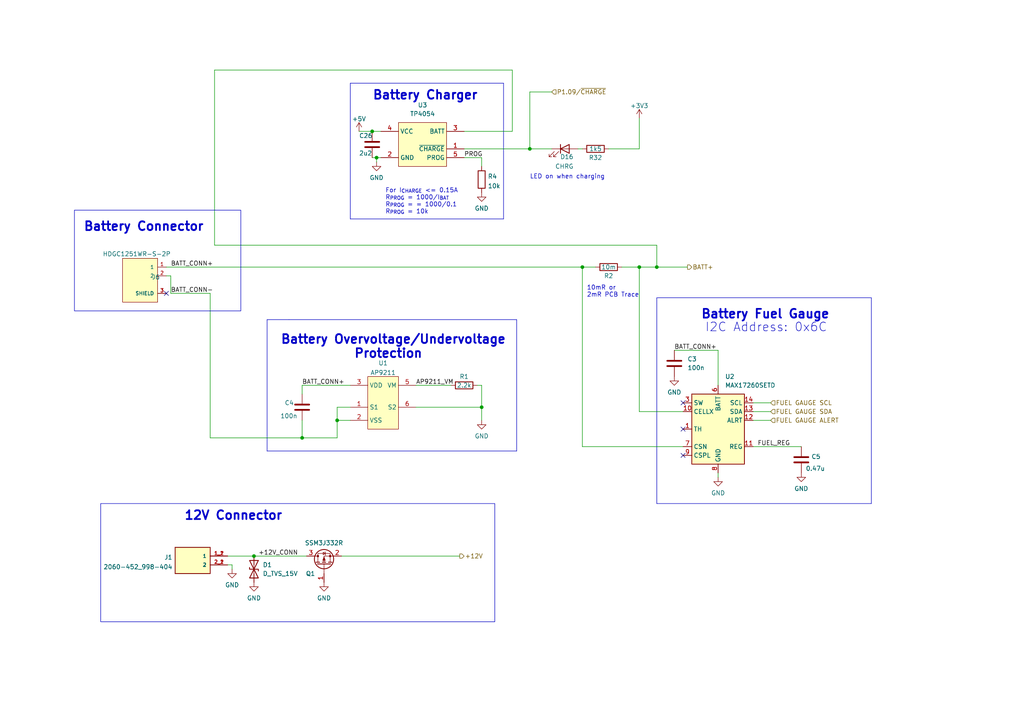
<source format=kicad_sch>
(kicad_sch (version 20230121) (generator eeschema)

  (uuid 7d0f653d-5c8c-4d12-91d0-beaaa9dc22a5)

  (paper "A4")

  (title_block
    (title "Power Input")
    (rev "2")
    (company "Kane Stoboi")
  )

  (lib_symbols
    (symbol "2060-452_998-404:2060-452_998-404" (pin_names (offset 1.016)) (in_bom yes) (on_board yes)
      (property "Reference" "J" (at -5.08 5.842 0)
        (effects (font (size 1.27 1.27)) (justify left bottom))
      )
      (property "Value" "2060-452_998-404" (at -5.08 -5.08 0)
        (effects (font (size 1.27 1.27)) (justify left bottom))
      )
      (property "Footprint" "SnapEDA Library:WAGO_2060-452_998-404" (at 0 0 0)
        (effects (font (size 1.27 1.27)) (justify left bottom) hide)
      )
      (property "Datasheet" "" (at 0 0 0)
        (effects (font (size 1.27 1.27)) (justify left bottom) hide)
      )
      (property "MAXIMUM_PACKAGE_HEIGHT" "4.5 mm" (at 0 0 0)
        (effects (font (size 1.27 1.27)) (justify left bottom) hide)
      )
      (property "MANUFACTURER" "WAGO" (at 0 0 0)
        (effects (font (size 1.27 1.27)) (justify left bottom) hide)
      )
      (property "SNAPEDA_PN" "2060-452/998-404" (at 0 0 0)
        (effects (font (size 1.27 1.27)) (justify left bottom) hide)
      )
      (property "PARTREV" "N/A" (at 0 0 0)
        (effects (font (size 1.27 1.27)) (justify left bottom) hide)
      )
      (property "STANDARD" "Manufacturer Recommendations" (at 0 0 0)
        (effects (font (size 1.27 1.27)) (justify left bottom) hide)
      )
      (property "ki_locked" "" (at 0 0 0)
        (effects (font (size 1.27 1.27)))
      )
      (symbol "2060-452_998-404_0_0"
        (rectangle (start -5.08 -2.54) (end 5.08 5.08)
          (stroke (width 0.254) (type default))
          (fill (type background))
        )
        (pin passive line (at -10.16 2.54 0) (length 5.08)
          (name "1" (effects (font (size 1.016 1.016))))
          (number "1_1" (effects (font (size 1.016 1.016))))
        )
        (pin passive line (at -10.16 2.54 0) (length 5.08)
          (name "1" (effects (font (size 1.016 1.016))))
          (number "1_2" (effects (font (size 1.016 1.016))))
        )
        (pin passive line (at -10.16 0 0) (length 5.08)
          (name "2" (effects (font (size 1.016 1.016))))
          (number "2_1" (effects (font (size 1.016 1.016))))
        )
        (pin passive line (at -10.16 0 0) (length 5.08)
          (name "2" (effects (font (size 1.016 1.016))))
          (number "2_2" (effects (font (size 1.016 1.016))))
        )
      )
    )
    (symbol "Battery_Management:MAX17261xxTD" (in_bom yes) (on_board yes)
      (property "Reference" "U" (at -6.985 11.43 0)
        (effects (font (size 1.27 1.27)))
      )
      (property "Value" "MAX17261xxTD" (at 8.255 11.43 0)
        (effects (font (size 1.27 1.27)))
      )
      (property "Footprint" "Package_DFN_QFN:TDFN-14-1EP_3x3mm_P0.4mm_EP1.78x2.35mm" (at 0 -30.48 0)
        (effects (font (size 1.27 1.27)) hide)
      )
      (property "Datasheet" "https://datasheets.maximintegrated.com/en/ds/MAX17261.pdf" (at 15.24 2.54 0)
        (effects (font (size 1.27 1.27)) hide)
      )
      (property "ki_keywords" "Charge pump battery" (at 0 0 0)
        (effects (font (size 1.27 1.27)) hide)
      )
      (property "ki_description" "5.1μA Multi-Cell Fuel Gauge with ModelGauge m5 EZ, TDFN-14" (at 0 0 0)
        (effects (font (size 1.27 1.27)) hide)
      )
      (property "ki_fp_filters" "TDFN*1EP*3x3mm*P0.4mm*" (at 0 0 0)
        (effects (font (size 1.27 1.27)) hide)
      )
      (symbol "MAX17261xxTD_0_1"
        (rectangle (start -7.62 10.16) (end 7.62 -10.16)
          (stroke (width 0.254) (type default))
          (fill (type background))
        )
      )
      (symbol "MAX17261xxTD_1_1"
        (pin passive line (at -10.16 0 0) (length 2.54)
          (name "TH" (effects (font (size 1.27 1.27))))
          (number "1" (effects (font (size 1.27 1.27))))
        )
        (pin input line (at -10.16 5.08 0) (length 2.54)
          (name "CELLX" (effects (font (size 1.27 1.27))))
          (number "10" (effects (font (size 1.27 1.27))))
        )
        (pin power_out line (at 10.16 -5.08 180) (length 2.54)
          (name "REG" (effects (font (size 1.27 1.27))))
          (number "11" (effects (font (size 1.27 1.27))))
        )
        (pin open_collector line (at 10.16 2.54 180) (length 2.54)
          (name "ALRT" (effects (font (size 1.27 1.27))))
          (number "12" (effects (font (size 1.27 1.27))))
        )
        (pin bidirectional line (at 10.16 5.08 180) (length 2.54)
          (name "SDA" (effects (font (size 1.27 1.27))))
          (number "13" (effects (font (size 1.27 1.27))))
        )
        (pin input line (at 10.16 7.62 180) (length 2.54)
          (name "SCL" (effects (font (size 1.27 1.27))))
          (number "14" (effects (font (size 1.27 1.27))))
        )
        (pin passive line (at 0 -12.7 90) (length 2.54) hide
          (name "GND" (effects (font (size 1.27 1.27))))
          (number "15" (effects (font (size 1.27 1.27))))
        )
        (pin no_connect line (at 2.54 -10.16 90) (length 2.54) hide
          (name "NC" (effects (font (size 1.27 1.27))))
          (number "2" (effects (font (size 1.27 1.27))))
        )
        (pin output line (at -10.16 7.62 0) (length 2.54)
          (name "SW" (effects (font (size 1.27 1.27))))
          (number "3" (effects (font (size 1.27 1.27))))
        )
        (pin no_connect line (at -2.54 -10.16 90) (length 2.54) hide
          (name "NC" (effects (font (size 1.27 1.27))))
          (number "4" (effects (font (size 1.27 1.27))))
        )
        (pin no_connect line (at 5.08 -10.16 90) (length 2.54) hide
          (name "NC" (effects (font (size 1.27 1.27))))
          (number "5" (effects (font (size 1.27 1.27))))
        )
        (pin power_in line (at 0 12.7 270) (length 2.54)
          (name "BATT" (effects (font (size 1.27 1.27))))
          (number "6" (effects (font (size 1.27 1.27))))
        )
        (pin passive line (at -10.16 -5.08 0) (length 2.54)
          (name "CSN" (effects (font (size 1.27 1.27))))
          (number "7" (effects (font (size 1.27 1.27))))
        )
        (pin power_in line (at 0 -12.7 90) (length 2.54)
          (name "GND" (effects (font (size 1.27 1.27))))
          (number "8" (effects (font (size 1.27 1.27))))
        )
        (pin passive line (at -10.16 -7.62 0) (length 2.54)
          (name "CSPL" (effects (font (size 1.27 1.27))))
          (number "9" (effects (font (size 1.27 1.27))))
        )
      )
    )
    (symbol "Device:C" (pin_numbers hide) (pin_names (offset 0.254)) (in_bom yes) (on_board yes)
      (property "Reference" "C" (at 0.635 2.54 0)
        (effects (font (size 1.27 1.27)) (justify left))
      )
      (property "Value" "C" (at 0.635 -2.54 0)
        (effects (font (size 1.27 1.27)) (justify left))
      )
      (property "Footprint" "" (at 0.9652 -3.81 0)
        (effects (font (size 1.27 1.27)) hide)
      )
      (property "Datasheet" "~" (at 0 0 0)
        (effects (font (size 1.27 1.27)) hide)
      )
      (property "ki_keywords" "cap capacitor" (at 0 0 0)
        (effects (font (size 1.27 1.27)) hide)
      )
      (property "ki_description" "Unpolarized capacitor" (at 0 0 0)
        (effects (font (size 1.27 1.27)) hide)
      )
      (property "ki_fp_filters" "C_*" (at 0 0 0)
        (effects (font (size 1.27 1.27)) hide)
      )
      (symbol "C_0_1"
        (polyline
          (pts
            (xy -2.032 -0.762)
            (xy 2.032 -0.762)
          )
          (stroke (width 0.508) (type default))
          (fill (type none))
        )
        (polyline
          (pts
            (xy -2.032 0.762)
            (xy 2.032 0.762)
          )
          (stroke (width 0.508) (type default))
          (fill (type none))
        )
      )
      (symbol "C_1_1"
        (pin passive line (at 0 3.81 270) (length 2.794)
          (name "~" (effects (font (size 1.27 1.27))))
          (number "1" (effects (font (size 1.27 1.27))))
        )
        (pin passive line (at 0 -3.81 90) (length 2.794)
          (name "~" (effects (font (size 1.27 1.27))))
          (number "2" (effects (font (size 1.27 1.27))))
        )
      )
    )
    (symbol "Device:D_TVS" (pin_numbers hide) (pin_names (offset 1.016) hide) (in_bom yes) (on_board yes)
      (property "Reference" "D" (at 0 2.54 0)
        (effects (font (size 1.27 1.27)))
      )
      (property "Value" "D_TVS" (at 0 -2.54 0)
        (effects (font (size 1.27 1.27)))
      )
      (property "Footprint" "" (at 0 0 0)
        (effects (font (size 1.27 1.27)) hide)
      )
      (property "Datasheet" "~" (at 0 0 0)
        (effects (font (size 1.27 1.27)) hide)
      )
      (property "ki_keywords" "diode TVS thyrector" (at 0 0 0)
        (effects (font (size 1.27 1.27)) hide)
      )
      (property "ki_description" "Bidirectional transient-voltage-suppression diode" (at 0 0 0)
        (effects (font (size 1.27 1.27)) hide)
      )
      (property "ki_fp_filters" "TO-???* *_Diode_* *SingleDiode* D_*" (at 0 0 0)
        (effects (font (size 1.27 1.27)) hide)
      )
      (symbol "D_TVS_0_1"
        (polyline
          (pts
            (xy 1.27 0)
            (xy -1.27 0)
          )
          (stroke (width 0) (type default))
          (fill (type none))
        )
        (polyline
          (pts
            (xy 0.508 1.27)
            (xy 0 1.27)
            (xy 0 -1.27)
            (xy -0.508 -1.27)
          )
          (stroke (width 0.254) (type default))
          (fill (type none))
        )
        (polyline
          (pts
            (xy -2.54 1.27)
            (xy -2.54 -1.27)
            (xy 2.54 1.27)
            (xy 2.54 -1.27)
            (xy -2.54 1.27)
          )
          (stroke (width 0.254) (type default))
          (fill (type none))
        )
      )
      (symbol "D_TVS_1_1"
        (pin passive line (at -3.81 0 0) (length 2.54)
          (name "A1" (effects (font (size 1.27 1.27))))
          (number "1" (effects (font (size 1.27 1.27))))
        )
        (pin passive line (at 3.81 0 180) (length 2.54)
          (name "A2" (effects (font (size 1.27 1.27))))
          (number "2" (effects (font (size 1.27 1.27))))
        )
      )
    )
    (symbol "Device:LED" (pin_numbers hide) (pin_names (offset 1.016) hide) (in_bom yes) (on_board yes)
      (property "Reference" "D" (at 0 2.54 0)
        (effects (font (size 1.27 1.27)))
      )
      (property "Value" "LED" (at 0 -2.54 0)
        (effects (font (size 1.27 1.27)))
      )
      (property "Footprint" "" (at 0 0 0)
        (effects (font (size 1.27 1.27)) hide)
      )
      (property "Datasheet" "~" (at 0 0 0)
        (effects (font (size 1.27 1.27)) hide)
      )
      (property "ki_keywords" "LED diode" (at 0 0 0)
        (effects (font (size 1.27 1.27)) hide)
      )
      (property "ki_description" "Light emitting diode" (at 0 0 0)
        (effects (font (size 1.27 1.27)) hide)
      )
      (property "ki_fp_filters" "LED* LED_SMD:* LED_THT:*" (at 0 0 0)
        (effects (font (size 1.27 1.27)) hide)
      )
      (symbol "LED_0_1"
        (polyline
          (pts
            (xy -1.27 -1.27)
            (xy -1.27 1.27)
          )
          (stroke (width 0.254) (type default))
          (fill (type none))
        )
        (polyline
          (pts
            (xy -1.27 0)
            (xy 1.27 0)
          )
          (stroke (width 0) (type default))
          (fill (type none))
        )
        (polyline
          (pts
            (xy 1.27 -1.27)
            (xy 1.27 1.27)
            (xy -1.27 0)
            (xy 1.27 -1.27)
          )
          (stroke (width 0.254) (type default))
          (fill (type none))
        )
        (polyline
          (pts
            (xy -3.048 -0.762)
            (xy -4.572 -2.286)
            (xy -3.81 -2.286)
            (xy -4.572 -2.286)
            (xy -4.572 -1.524)
          )
          (stroke (width 0) (type default))
          (fill (type none))
        )
        (polyline
          (pts
            (xy -1.778 -0.762)
            (xy -3.302 -2.286)
            (xy -2.54 -2.286)
            (xy -3.302 -2.286)
            (xy -3.302 -1.524)
          )
          (stroke (width 0) (type default))
          (fill (type none))
        )
      )
      (symbol "LED_1_1"
        (pin passive line (at -3.81 0 0) (length 2.54)
          (name "K" (effects (font (size 1.27 1.27))))
          (number "1" (effects (font (size 1.27 1.27))))
        )
        (pin passive line (at 3.81 0 180) (length 2.54)
          (name "A" (effects (font (size 1.27 1.27))))
          (number "2" (effects (font (size 1.27 1.27))))
        )
      )
    )
    (symbol "Device:Q_PMOS_GSD" (pin_names (offset 0) hide) (in_bom yes) (on_board yes)
      (property "Reference" "Q" (at 5.08 1.27 0)
        (effects (font (size 1.27 1.27)) (justify left))
      )
      (property "Value" "Q_PMOS_GSD" (at 5.08 -1.27 0)
        (effects (font (size 1.27 1.27)) (justify left))
      )
      (property "Footprint" "" (at 5.08 2.54 0)
        (effects (font (size 1.27 1.27)) hide)
      )
      (property "Datasheet" "~" (at 0 0 0)
        (effects (font (size 1.27 1.27)) hide)
      )
      (property "ki_keywords" "transistor PMOS P-MOS P-MOSFET" (at 0 0 0)
        (effects (font (size 1.27 1.27)) hide)
      )
      (property "ki_description" "P-MOSFET transistor, gate/source/drain" (at 0 0 0)
        (effects (font (size 1.27 1.27)) hide)
      )
      (symbol "Q_PMOS_GSD_0_1"
        (polyline
          (pts
            (xy 0.254 0)
            (xy -2.54 0)
          )
          (stroke (width 0) (type default))
          (fill (type none))
        )
        (polyline
          (pts
            (xy 0.254 1.905)
            (xy 0.254 -1.905)
          )
          (stroke (width 0.254) (type default))
          (fill (type none))
        )
        (polyline
          (pts
            (xy 0.762 -1.27)
            (xy 0.762 -2.286)
          )
          (stroke (width 0.254) (type default))
          (fill (type none))
        )
        (polyline
          (pts
            (xy 0.762 0.508)
            (xy 0.762 -0.508)
          )
          (stroke (width 0.254) (type default))
          (fill (type none))
        )
        (polyline
          (pts
            (xy 0.762 2.286)
            (xy 0.762 1.27)
          )
          (stroke (width 0.254) (type default))
          (fill (type none))
        )
        (polyline
          (pts
            (xy 2.54 2.54)
            (xy 2.54 1.778)
          )
          (stroke (width 0) (type default))
          (fill (type none))
        )
        (polyline
          (pts
            (xy 2.54 -2.54)
            (xy 2.54 0)
            (xy 0.762 0)
          )
          (stroke (width 0) (type default))
          (fill (type none))
        )
        (polyline
          (pts
            (xy 0.762 1.778)
            (xy 3.302 1.778)
            (xy 3.302 -1.778)
            (xy 0.762 -1.778)
          )
          (stroke (width 0) (type default))
          (fill (type none))
        )
        (polyline
          (pts
            (xy 2.286 0)
            (xy 1.27 0.381)
            (xy 1.27 -0.381)
            (xy 2.286 0)
          )
          (stroke (width 0) (type default))
          (fill (type outline))
        )
        (polyline
          (pts
            (xy 2.794 -0.508)
            (xy 2.921 -0.381)
            (xy 3.683 -0.381)
            (xy 3.81 -0.254)
          )
          (stroke (width 0) (type default))
          (fill (type none))
        )
        (polyline
          (pts
            (xy 3.302 -0.381)
            (xy 2.921 0.254)
            (xy 3.683 0.254)
            (xy 3.302 -0.381)
          )
          (stroke (width 0) (type default))
          (fill (type none))
        )
        (circle (center 1.651 0) (radius 2.794)
          (stroke (width 0.254) (type default))
          (fill (type none))
        )
        (circle (center 2.54 -1.778) (radius 0.254)
          (stroke (width 0) (type default))
          (fill (type outline))
        )
        (circle (center 2.54 1.778) (radius 0.254)
          (stroke (width 0) (type default))
          (fill (type outline))
        )
      )
      (symbol "Q_PMOS_GSD_1_1"
        (pin input line (at -5.08 0 0) (length 2.54)
          (name "G" (effects (font (size 1.27 1.27))))
          (number "1" (effects (font (size 1.27 1.27))))
        )
        (pin passive line (at 2.54 -5.08 90) (length 2.54)
          (name "S" (effects (font (size 1.27 1.27))))
          (number "2" (effects (font (size 1.27 1.27))))
        )
        (pin passive line (at 2.54 5.08 270) (length 2.54)
          (name "D" (effects (font (size 1.27 1.27))))
          (number "3" (effects (font (size 1.27 1.27))))
        )
      )
    )
    (symbol "Device:R" (pin_numbers hide) (pin_names (offset 0)) (in_bom yes) (on_board yes)
      (property "Reference" "R" (at 2.032 0 90)
        (effects (font (size 1.27 1.27)))
      )
      (property "Value" "R" (at 0 0 90)
        (effects (font (size 1.27 1.27)))
      )
      (property "Footprint" "" (at -1.778 0 90)
        (effects (font (size 1.27 1.27)) hide)
      )
      (property "Datasheet" "~" (at 0 0 0)
        (effects (font (size 1.27 1.27)) hide)
      )
      (property "ki_keywords" "R res resistor" (at 0 0 0)
        (effects (font (size 1.27 1.27)) hide)
      )
      (property "ki_description" "Resistor" (at 0 0 0)
        (effects (font (size 1.27 1.27)) hide)
      )
      (property "ki_fp_filters" "R_*" (at 0 0 0)
        (effects (font (size 1.27 1.27)) hide)
      )
      (symbol "R_0_1"
        (rectangle (start -1.016 -2.54) (end 1.016 2.54)
          (stroke (width 0.254) (type default))
          (fill (type none))
        )
      )
      (symbol "R_1_1"
        (pin passive line (at 0 3.81 270) (length 1.27)
          (name "~" (effects (font (size 1.27 1.27))))
          (number "1" (effects (font (size 1.27 1.27))))
        )
        (pin passive line (at 0 -3.81 90) (length 1.27)
          (name "~" (effects (font (size 1.27 1.27))))
          (number "2" (effects (font (size 1.27 1.27))))
        )
      )
    )
    (symbol "MyKiCADLibrary:AP9211" (in_bom yes) (on_board yes)
      (property "Reference" "U1" (at 1.905 10.2657 0)
        (effects (font (size 1.27 1.27)))
      )
      (property "Value" "AP9211" (at 1.905 7.4906 0)
        (effects (font (size 1.27 1.27)))
      )
      (property "Footprint" "AP9211SA-AK-HAC-7:DFN200X300X60-7N" (at 0 0 0)
        (effects (font (size 1.27 1.27)) hide)
      )
      (property "Datasheet" "" (at 0 0 0)
        (effects (font (size 1.27 1.27)) hide)
      )
      (property "Manufacturer Part Number" "AP9211" (at 0 0 0)
        (effects (font (size 1.27 1.27)) hide)
      )
      (symbol "AP9211_0_1"
        (rectangle (start -2.54 6.35) (end 6.35 -8.89)
          (stroke (width 0.1524) (type default))
          (fill (type background))
        )
      )
      (symbol "AP9211_1_1"
        (pin output line (at -7.62 -2.54 0) (length 5.08)
          (name "S1" (effects (font (size 1.27 1.27))))
          (number "1" (effects (font (size 1.27 1.27))))
        )
        (pin output line (at -7.62 -6.35 0) (length 5.08)
          (name "VSS" (effects (font (size 1.27 1.27))))
          (number "2" (effects (font (size 1.27 1.27))))
        )
        (pin output line (at -7.62 3.81 0) (length 5.08)
          (name "VDD" (effects (font (size 1.27 1.27))))
          (number "3" (effects (font (size 1.27 1.27))))
        )
        (pin no_connect line (at 11.43 -5.08 180) (length 5.08) hide
          (name "NC" (effects (font (size 1.27 1.27))))
          (number "4" (effects (font (size 1.27 1.27))))
        )
        (pin output line (at 11.43 3.81 180) (length 5.08)
          (name "VM" (effects (font (size 1.27 1.27))))
          (number "5" (effects (font (size 1.27 1.27))))
        )
        (pin output line (at 11.43 -2.54 180) (length 5.08)
          (name "S2" (effects (font (size 1.27 1.27))))
          (number "6" (effects (font (size 1.27 1.27))))
        )
        (pin no_connect line (at 11.43 -7.62 180) (length 5.08) hide
          (name "NC" (effects (font (size 1.27 1.27))))
          (number "7" (effects (font (size 1.27 1.27))))
        )
      )
    )
    (symbol "MyKiCADLibrary:TP4054" (in_bom yes) (on_board yes)
      (property "Reference" "U" (at -5.08 7.62 0)
        (effects (font (size 1.27 1.27)))
      )
      (property "Value" "TP4054" (at 2.54 7.62 0)
        (effects (font (size 1.27 1.27)))
      )
      (property "Footprint" "" (at 0 0 0)
        (effects (font (size 1.27 1.27)) hide)
      )
      (property "Datasheet" "" (at 0 0 0)
        (effects (font (size 1.27 1.27)) hide)
      )
      (symbol "TP4054_0_1"
        (rectangle (start -6.35 6.35) (end 7.62 -6.35)
          (stroke (width 0.1524) (type default))
          (fill (type background))
        )
      )
      (symbol "TP4054_1_1"
        (pin output line (at 12.7 -1.27 180) (length 5.08)
          (name "~{CHARGE}" (effects (font (size 1.27 1.27))))
          (number "1" (effects (font (size 1.27 1.27))))
        )
        (pin power_out line (at -11.43 -3.81 0) (length 5.08)
          (name "GND" (effects (font (size 1.27 1.27))))
          (number "2" (effects (font (size 1.27 1.27))))
        )
        (pin power_in line (at 12.7 3.81 180) (length 5.08)
          (name "BATT" (effects (font (size 1.27 1.27))))
          (number "3" (effects (font (size 1.27 1.27))))
        )
        (pin output line (at -11.43 3.81 0) (length 5.08)
          (name "VCC" (effects (font (size 1.27 1.27))))
          (number "4" (effects (font (size 1.27 1.27))))
        )
        (pin output line (at 12.7 -3.81 180) (length 5.08)
          (name "PROG" (effects (font (size 1.27 1.27))))
          (number "5" (effects (font (size 1.27 1.27))))
        )
      )
    )
    (symbol "S2B-PH-SM4-TB(LF)(SN):S2B-PH-SM4-TB(LF)(SN)" (pin_names (offset 1.016)) (in_bom yes) (on_board yes)
      (property "Reference" "J6" (at -5.7912 -0.3615 0)
        (effects (font (size 1.27 1.27)) (justify left))
      )
      (property "Value" "HDGC1251WR-S-2P" (at 12.7 6.35 0)
        (effects (font (size 1.27 1.27)) (justify left))
      )
      (property "Footprint" "Footprints:HDGC1251WR-S-2P" (at 0 0 0)
        (effects (font (size 1.27 1.27)) (justify left bottom) hide)
      )
      (property "Datasheet" "" (at 0 0 0)
        (effects (font (size 1.27 1.27)) (justify left bottom) hide)
      )
      (property "MANUFACTURER" "HDGC" (at 0 0 0)
        (effects (font (size 1.27 1.27)) (justify left bottom) hide)
      )
      (property "STANDARD" "Manufacturer Recommendation" (at 0 0 0)
        (effects (font (size 1.27 1.27)) (justify left bottom) hide)
      )
      (property "Manufacturer Part Number" "HDGC1251WR-S-2P" (at 0 0 0)
        (effects (font (size 1.27 1.27)) hide)
      )
      (property "ki_locked" "" (at 0 0 0)
        (effects (font (size 1.27 1.27)))
      )
      (symbol "S2B-PH-SM4-TB(LF)(SN)_0_0"
        (rectangle (start -5.08 -7.62) (end 5.08 5.08)
          (stroke (width 0.1524) (type default))
          (fill (type background))
        )
        (pin passive line (at -7.62 2.54 0) (length 2.54)
          (name "1" (effects (font (size 1.016 1.016))))
          (number "1" (effects (font (size 1.016 1.016))))
        )
        (pin passive line (at -7.62 0 0) (length 2.54)
          (name "2" (effects (font (size 1.016 1.016))))
          (number "2" (effects (font (size 1.016 1.016))))
        )
      )
      (symbol "S2B-PH-SM4-TB(LF)(SN)_1_0"
        (pin passive line (at -7.62 -5.08 0) (length 2.54)
          (name "SHIELD" (effects (font (size 1.016 1.016))))
          (number "3" (effects (font (size 1.016 1.016))))
        )
        (pin passive line (at -7.62 -5.08 0) (length 2.54)
          (name "SHIELD" (effects (font (size 1.016 1.016))))
          (number "3" (effects (font (size 1.016 1.016))))
        )
      )
    )
    (symbol "power:+3V3" (power) (pin_names (offset 0)) (in_bom yes) (on_board yes)
      (property "Reference" "#PWR" (at 0 -3.81 0)
        (effects (font (size 1.27 1.27)) hide)
      )
      (property "Value" "+3V3" (at 0 3.556 0)
        (effects (font (size 1.27 1.27)))
      )
      (property "Footprint" "" (at 0 0 0)
        (effects (font (size 1.27 1.27)) hide)
      )
      (property "Datasheet" "" (at 0 0 0)
        (effects (font (size 1.27 1.27)) hide)
      )
      (property "ki_keywords" "global power" (at 0 0 0)
        (effects (font (size 1.27 1.27)) hide)
      )
      (property "ki_description" "Power symbol creates a global label with name \"+3V3\"" (at 0 0 0)
        (effects (font (size 1.27 1.27)) hide)
      )
      (symbol "+3V3_0_1"
        (polyline
          (pts
            (xy -0.762 1.27)
            (xy 0 2.54)
          )
          (stroke (width 0) (type default))
          (fill (type none))
        )
        (polyline
          (pts
            (xy 0 0)
            (xy 0 2.54)
          )
          (stroke (width 0) (type default))
          (fill (type none))
        )
        (polyline
          (pts
            (xy 0 2.54)
            (xy 0.762 1.27)
          )
          (stroke (width 0) (type default))
          (fill (type none))
        )
      )
      (symbol "+3V3_1_1"
        (pin power_in line (at 0 0 90) (length 0) hide
          (name "+3V3" (effects (font (size 1.27 1.27))))
          (number "1" (effects (font (size 1.27 1.27))))
        )
      )
    )
    (symbol "power:+5V" (power) (pin_names (offset 0)) (in_bom yes) (on_board yes)
      (property "Reference" "#PWR" (at 0 -3.81 0)
        (effects (font (size 1.27 1.27)) hide)
      )
      (property "Value" "+5V" (at 0 3.556 0)
        (effects (font (size 1.27 1.27)))
      )
      (property "Footprint" "" (at 0 0 0)
        (effects (font (size 1.27 1.27)) hide)
      )
      (property "Datasheet" "" (at 0 0 0)
        (effects (font (size 1.27 1.27)) hide)
      )
      (property "ki_keywords" "global power" (at 0 0 0)
        (effects (font (size 1.27 1.27)) hide)
      )
      (property "ki_description" "Power symbol creates a global label with name \"+5V\"" (at 0 0 0)
        (effects (font (size 1.27 1.27)) hide)
      )
      (symbol "+5V_0_1"
        (polyline
          (pts
            (xy -0.762 1.27)
            (xy 0 2.54)
          )
          (stroke (width 0) (type default))
          (fill (type none))
        )
        (polyline
          (pts
            (xy 0 0)
            (xy 0 2.54)
          )
          (stroke (width 0) (type default))
          (fill (type none))
        )
        (polyline
          (pts
            (xy 0 2.54)
            (xy 0.762 1.27)
          )
          (stroke (width 0) (type default))
          (fill (type none))
        )
      )
      (symbol "+5V_1_1"
        (pin power_in line (at 0 0 90) (length 0) hide
          (name "+5V" (effects (font (size 1.27 1.27))))
          (number "1" (effects (font (size 1.27 1.27))))
        )
      )
    )
    (symbol "power:GND" (power) (pin_names (offset 0)) (in_bom yes) (on_board yes)
      (property "Reference" "#PWR" (at 0 -6.35 0)
        (effects (font (size 1.27 1.27)) hide)
      )
      (property "Value" "GND" (at 0 -3.81 0)
        (effects (font (size 1.27 1.27)))
      )
      (property "Footprint" "" (at 0 0 0)
        (effects (font (size 1.27 1.27)) hide)
      )
      (property "Datasheet" "" (at 0 0 0)
        (effects (font (size 1.27 1.27)) hide)
      )
      (property "ki_keywords" "global power" (at 0 0 0)
        (effects (font (size 1.27 1.27)) hide)
      )
      (property "ki_description" "Power symbol creates a global label with name \"GND\" , ground" (at 0 0 0)
        (effects (font (size 1.27 1.27)) hide)
      )
      (symbol "GND_0_1"
        (polyline
          (pts
            (xy 0 0)
            (xy 0 -1.27)
            (xy 1.27 -1.27)
            (xy 0 -2.54)
            (xy -1.27 -1.27)
            (xy 0 -1.27)
          )
          (stroke (width 0) (type default))
          (fill (type none))
        )
      )
      (symbol "GND_1_1"
        (pin power_in line (at 0 0 270) (length 0) hide
          (name "GND" (effects (font (size 1.27 1.27))))
          (number "1" (effects (font (size 1.27 1.27))))
        )
      )
    )
  )

  (junction (at 190.5 77.47) (diameter 0) (color 0 0 0 0)
    (uuid 02ed75c8-1904-407a-b63b-cd0733c024c4)
  )
  (junction (at 139.7 118.11) (diameter 0) (color 0 0 0 0)
    (uuid 2dd8d3d6-8130-49b0-99e2-0126e43b80bc)
  )
  (junction (at 109.22 45.72) (diameter 0) (color 0 0 0 0)
    (uuid 49787617-cc48-42f8-a329-33c7dc3bd5cf)
  )
  (junction (at 73.66 161.29) (diameter 0) (color 0 0 0 0)
    (uuid 933ba110-7670-4433-ba0c-a1d11861038b)
  )
  (junction (at 168.91 77.47) (diameter 0) (color 0 0 0 0)
    (uuid cf6c9438-c35e-45bd-965e-124a9ec85665)
  )
  (junction (at 153.67 43.18) (diameter 0) (color 0 0 0 0)
    (uuid d38c0aa5-7657-421e-a5d7-fbea8342526a)
  )
  (junction (at 107.95 38.1) (diameter 0) (color 0 0 0 0)
    (uuid df032fad-09bc-4bb3-a75a-2e7e399af27d)
  )
  (junction (at 87.63 127) (diameter 0) (color 0 0 0 0)
    (uuid eaba33ea-e766-42cc-ae10-d377d7ae4cc5)
  )
  (junction (at 185.42 77.47) (diameter 0) (color 0 0 0 0)
    (uuid f5b9587e-5a71-490b-b452-bae5d795d34e)
  )
  (junction (at 97.79 121.92) (diameter 0) (color 0 0 0 0)
    (uuid f6a393fa-693f-46c7-9eab-8e6367a06465)
  )

  (no_connect (at 198.12 132.08) (uuid 562b38ca-22d9-4954-9449-4c1b4f843c54))
  (no_connect (at 198.12 116.84) (uuid 72451a61-e86c-40b4-892f-9d0303331873))
  (no_connect (at 48.26 85.09) (uuid 870242f9-f376-4fde-a9a2-3ccab5661444))
  (no_connect (at 198.12 124.46) (uuid f52e2ed2-cd84-41a1-b1cd-30e796b879ef))

  (polyline (pts (xy 83.82 92.71) (xy 149.86 92.71))
    (stroke (width 0) (type default))
    (uuid 050af4c8-dd3b-4341-a6b7-488d36feaf20)
  )

  (wire (pts (xy 198.12 119.38) (xy 185.42 119.38))
    (stroke (width 0) (type default))
    (uuid 069f41f9-0e4c-440c-857a-4aca7de7b5af)
  )
  (polyline (pts (xy 149.86 130.81) (xy 77.47 130.81))
    (stroke (width 0) (type default))
    (uuid 0d4e7aff-917c-425a-81af-b77d1e4f133a)
  )

  (wire (pts (xy 120.65 111.76) (xy 130.81 111.76))
    (stroke (width 0) (type default))
    (uuid 0f4d78b4-f49c-4cb9-844d-873ad04bef71)
  )
  (wire (pts (xy 190.5 71.12) (xy 190.5 77.47))
    (stroke (width 0) (type default))
    (uuid 181e2220-b585-4d6c-b0ce-1dee529d9d5e)
  )
  (wire (pts (xy 66.04 161.29) (xy 73.66 161.29))
    (stroke (width 0) (type default))
    (uuid 194ba32d-29e6-4cd2-812d-98ee3c2698c6)
  )
  (wire (pts (xy 87.63 127) (xy 97.79 127))
    (stroke (width 0) (type default))
    (uuid 1cea3187-9779-4216-8b78-9698e5ca5cf8)
  )
  (wire (pts (xy 180.34 77.47) (xy 185.42 77.47))
    (stroke (width 0) (type default))
    (uuid 1e3ffd8f-b491-47d5-967d-55178d27f42f)
  )
  (wire (pts (xy 134.62 38.1) (xy 148.59 38.1))
    (stroke (width 0) (type default))
    (uuid 1ecee288-c4bd-48e2-914c-1c4aaa1920fe)
  )
  (wire (pts (xy 101.6 118.11) (xy 97.79 118.11))
    (stroke (width 0) (type default))
    (uuid 1ee6dd19-7f8e-4da1-b5f9-aca3cd38f88b)
  )
  (wire (pts (xy 190.5 77.47) (xy 199.39 77.47))
    (stroke (width 0) (type default))
    (uuid 21144809-d75a-4608-a3ab-7c8f0d596f68)
  )
  (wire (pts (xy 153.67 43.18) (xy 160.02 43.18))
    (stroke (width 0) (type default))
    (uuid 27e306b1-74ab-4fa5-8ff6-90fc97cf1c5e)
  )
  (wire (pts (xy 195.58 101.6) (xy 208.28 101.6))
    (stroke (width 0) (type default))
    (uuid 3b2c347d-6d30-4ce7-bb52-c93133507cd0)
  )
  (wire (pts (xy 185.42 119.38) (xy 185.42 77.47))
    (stroke (width 0) (type default))
    (uuid 3ba4d323-eb7c-438d-bde4-c37a173d8c5c)
  )
  (wire (pts (xy 62.23 20.32) (xy 62.23 71.12))
    (stroke (width 0) (type default))
    (uuid 3ef81af9-1632-4c8c-8029-00927bfe9ff5)
  )
  (wire (pts (xy 185.42 34.29) (xy 185.42 43.18))
    (stroke (width 0) (type default))
    (uuid 42aa74b6-fed3-46a0-825c-63b8065a3279)
  )
  (wire (pts (xy 99.06 161.29) (xy 133.35 161.29))
    (stroke (width 0) (type default))
    (uuid 43175c81-2d99-460c-8fcb-2aad726fbda5)
  )
  (wire (pts (xy 67.31 163.83) (xy 67.31 165.1))
    (stroke (width 0) (type default))
    (uuid 43cdcb7f-ce7a-4219-bbcd-197167e2c9a8)
  )
  (wire (pts (xy 87.63 114.3) (xy 87.63 111.76))
    (stroke (width 0) (type default))
    (uuid 4aca4df5-235d-4a02-868c-1a43e02f1806)
  )
  (polyline (pts (xy 77.47 92.71) (xy 83.82 92.71))
    (stroke (width 0) (type default))
    (uuid 4af6aa49-1f99-4bcf-9b02-42c591ef66c6)
  )
  (polyline (pts (xy 252.73 86.36) (xy 252.73 146.05))
    (stroke (width 0) (type default))
    (uuid 4d213f6c-6365-4afe-bb23-c014ccc578db)
  )
  (polyline (pts (xy 77.47 130.81) (xy 77.47 92.71))
    (stroke (width 0) (type default))
    (uuid 564034e1-d39b-4714-ba7a-9bbc2413df40)
  )
  (polyline (pts (xy 146.05 24.13) (xy 146.05 63.5))
    (stroke (width 0) (type default))
    (uuid 578bfbc5-b367-4a2f-94c9-6dec1586d539)
  )

  (wire (pts (xy 223.52 121.92) (xy 218.44 121.92))
    (stroke (width 0) (type default))
    (uuid 587d55c4-2191-423f-8c1c-39c0a8455ddc)
  )
  (wire (pts (xy 107.95 38.1) (xy 110.49 38.1))
    (stroke (width 0) (type default))
    (uuid 58918915-04d2-4ebe-97c0-02b6f8a3f161)
  )
  (wire (pts (xy 153.67 26.67) (xy 153.67 43.18))
    (stroke (width 0) (type default))
    (uuid 60d67d26-0bd6-4ece-8477-da39098879c3)
  )
  (wire (pts (xy 208.28 101.6) (xy 208.28 111.76))
    (stroke (width 0) (type default))
    (uuid 6521ac5a-a70b-49d4-88ce-c2f48f597133)
  )
  (polyline (pts (xy 190.5 86.36) (xy 190.5 146.05))
    (stroke (width 0) (type default))
    (uuid 67fe7a06-5386-462b-9b9c-9981c6753579)
  )

  (wire (pts (xy 134.62 43.18) (xy 153.67 43.18))
    (stroke (width 0) (type default))
    (uuid 716f0942-e96f-4d80-a9de-5a40461d1722)
  )
  (wire (pts (xy 97.79 121.92) (xy 101.6 121.92))
    (stroke (width 0) (type default))
    (uuid 7225ecdd-d693-45cd-8afa-402a150ffd69)
  )
  (wire (pts (xy 49.53 85.09) (xy 60.96 85.09))
    (stroke (width 0) (type default))
    (uuid 755d043e-b5a9-42d2-b956-03f0b6a16a3e)
  )
  (wire (pts (xy 139.7 121.92) (xy 139.7 118.11))
    (stroke (width 0) (type default))
    (uuid 7630e223-1790-49e8-9741-4a9821999f9f)
  )
  (wire (pts (xy 148.59 38.1) (xy 148.59 20.32))
    (stroke (width 0) (type default))
    (uuid 767847f7-a106-4fe5-ae2c-57c3af00071b)
  )
  (wire (pts (xy 176.53 43.18) (xy 185.42 43.18))
    (stroke (width 0) (type default))
    (uuid 76ef180f-2652-4df6-a38c-b286b703552f)
  )
  (polyline (pts (xy 190.5 86.36) (xy 252.73 86.36))
    (stroke (width 0) (type default))
    (uuid 78d882aa-d170-40ef-b8ea-05669848ac80)
  )

  (wire (pts (xy 134.62 45.72) (xy 139.7 45.72))
    (stroke (width 0) (type default))
    (uuid 8894c1a8-5ac1-4be8-9102-0fdf2d756985)
  )
  (wire (pts (xy 109.22 46.99) (xy 109.22 45.72))
    (stroke (width 0) (type default))
    (uuid 8d4b6c22-892d-4efb-be27-8101f5ad2f8b)
  )
  (wire (pts (xy 139.7 45.72) (xy 139.7 48.26))
    (stroke (width 0) (type default))
    (uuid 94d706f9-ebe1-40e7-b7ad-6c4e1e8bca9f)
  )
  (wire (pts (xy 198.12 129.54) (xy 168.91 129.54))
    (stroke (width 0) (type default))
    (uuid 9599e47a-4a50-4a3f-a65f-d0d118060575)
  )
  (wire (pts (xy 208.28 137.16) (xy 208.28 138.43))
    (stroke (width 0) (type default))
    (uuid 96236938-a59e-4cd2-ae0d-be9c2c3748f7)
  )
  (wire (pts (xy 60.96 127) (xy 60.96 85.09))
    (stroke (width 0) (type default))
    (uuid 98f68650-a173-466d-8660-74b0fbd84cd1)
  )
  (wire (pts (xy 109.22 45.72) (xy 110.49 45.72))
    (stroke (width 0) (type default))
    (uuid 9ad25323-b4c7-43fa-bfdc-baf00ff3d3a7)
  )
  (wire (pts (xy 104.14 38.1) (xy 107.95 38.1))
    (stroke (width 0) (type default))
    (uuid 9c153735-a365-4216-87fe-ab701cde8d6a)
  )
  (polyline (pts (xy 101.6 24.13) (xy 146.05 24.13))
    (stroke (width 0) (type default))
    (uuid 9eb3a7f5-a3c9-480a-90a7-2afb1d4033f8)
  )

  (wire (pts (xy 73.66 161.29) (xy 88.9 161.29))
    (stroke (width 0) (type default))
    (uuid a03d1fb9-3582-438d-bfe8-9bf71691b9aa)
  )
  (wire (pts (xy 60.96 127) (xy 87.63 127))
    (stroke (width 0) (type default))
    (uuid a354b2d9-0aa8-4760-b7e5-0085c0e0f2d0)
  )
  (polyline (pts (xy 146.05 63.5) (xy 101.6 63.5))
    (stroke (width 0) (type default))
    (uuid a68441dd-0c9e-4095-90f0-0d1cecb63ab1)
  )

  (wire (pts (xy 62.23 20.32) (xy 148.59 20.32))
    (stroke (width 0) (type default))
    (uuid a7aefffc-65f0-4df8-8c81-04179522fb43)
  )
  (wire (pts (xy 168.91 77.47) (xy 172.72 77.47))
    (stroke (width 0) (type default))
    (uuid ac4cd2ff-b6b7-4c3e-add7-abf7d862be34)
  )
  (wire (pts (xy 223.52 116.84) (xy 218.44 116.84))
    (stroke (width 0) (type default))
    (uuid ac4f1446-3125-42c8-af15-e9d28b4269ed)
  )
  (polyline (pts (xy 252.73 146.05) (xy 190.5 146.05))
    (stroke (width 0) (type default))
    (uuid ad7d7867-b784-422f-bfd0-11e84f21aaff)
  )

  (wire (pts (xy 66.04 163.83) (xy 67.31 163.83))
    (stroke (width 0) (type default))
    (uuid b27d850d-4589-4cec-bb18-3813d94deecb)
  )
  (wire (pts (xy 218.44 129.54) (xy 232.41 129.54))
    (stroke (width 0) (type default))
    (uuid b2a2b0a6-f45e-4310-be93-626a7887c868)
  )
  (wire (pts (xy 139.7 111.76) (xy 139.7 118.11))
    (stroke (width 0) (type default))
    (uuid b51a0f17-f810-4746-809d-256ddfe0bdad)
  )
  (wire (pts (xy 48.26 77.47) (xy 168.91 77.47))
    (stroke (width 0) (type default))
    (uuid c0786358-0bd2-47ed-a69e-4bcbd00e14da)
  )
  (wire (pts (xy 87.63 111.76) (xy 101.6 111.76))
    (stroke (width 0) (type default))
    (uuid c24045c2-b9b3-41aa-ba10-4285883e473e)
  )
  (wire (pts (xy 87.63 121.92) (xy 87.63 127))
    (stroke (width 0) (type default))
    (uuid c49b3461-b832-403f-8de4-8c22cbf04d81)
  )
  (wire (pts (xy 168.91 129.54) (xy 168.91 77.47))
    (stroke (width 0) (type default))
    (uuid caaab76a-c34b-4ec4-94b4-e1c33c156d21)
  )
  (wire (pts (xy 120.65 118.11) (xy 139.7 118.11))
    (stroke (width 0) (type default))
    (uuid cce3a9ee-ed4e-42ac-a0d0-5f9517e4687e)
  )
  (wire (pts (xy 48.26 80.01) (xy 49.53 80.01))
    (stroke (width 0) (type default))
    (uuid d168c0c6-596b-4e80-b2da-135c0ab7aca8)
  )
  (wire (pts (xy 138.43 111.76) (xy 139.7 111.76))
    (stroke (width 0) (type default))
    (uuid d3f279ad-1ae4-4af7-b359-9a0181d9bf1e)
  )
  (wire (pts (xy 49.53 80.01) (xy 49.53 85.09))
    (stroke (width 0) (type default))
    (uuid d4309574-43a1-44c1-b946-283cbc88adb7)
  )
  (wire (pts (xy 223.52 119.38) (xy 218.44 119.38))
    (stroke (width 0) (type default))
    (uuid db123b4c-a8fe-4798-9cff-c3051db939a0)
  )
  (wire (pts (xy 62.23 71.12) (xy 190.5 71.12))
    (stroke (width 0) (type default))
    (uuid e155b1b7-23ac-47cf-9376-5b0168c4d2cc)
  )
  (wire (pts (xy 97.79 118.11) (xy 97.79 121.92))
    (stroke (width 0) (type default))
    (uuid e2e5b2dc-9256-462a-85fb-3d88c8c78f7c)
  )
  (wire (pts (xy 107.95 45.72) (xy 109.22 45.72))
    (stroke (width 0) (type default))
    (uuid e5ffd796-a68b-475e-aaf5-b0e88ab3c665)
  )
  (wire (pts (xy 167.64 43.18) (xy 168.91 43.18))
    (stroke (width 0) (type default))
    (uuid ea0f49a4-300a-41e1-b87d-ad05cc1b385e)
  )
  (wire (pts (xy 160.02 26.67) (xy 153.67 26.67))
    (stroke (width 0) (type default))
    (uuid eb1b4482-f4bc-4594-9a5c-317229cbd1c7)
  )
  (wire (pts (xy 97.79 121.92) (xy 97.79 127))
    (stroke (width 0) (type default))
    (uuid ecf612d1-5c13-460e-82a5-e89a58c63df8)
  )
  (wire (pts (xy 185.42 77.47) (xy 190.5 77.47))
    (stroke (width 0) (type default))
    (uuid edd5faf3-6bb5-4824-8f9c-be911faafe40)
  )
  (polyline (pts (xy 149.86 92.71) (xy 149.86 130.81))
    (stroke (width 0) (type default))
    (uuid fe51326f-6077-44c5-a638-96ae65af3b6a)
  )
  (polyline (pts (xy 101.6 24.13) (xy 101.6 63.5))
    (stroke (width 0) (type default))
    (uuid ffece6b1-d0e5-419b-aa3a-b3c50d0f6359)
  )

  (rectangle (start 21.59 60.96) (end 69.85 90.17)
    (stroke (width 0) (type default))
    (fill (type none))
    (uuid 39a95bb1-156d-46ab-a1b4-74d81639b5c3)
  )
  (rectangle (start 29.21 146.05) (end 143.51 180.34)
    (stroke (width 0) (type default))
    (fill (type none))
    (uuid 908aea8d-dfef-4160-8370-629320da89bd)
  )

  (text "I2C Address: 0x6C" (at 204.47 96.52 0)
    (effects (font (size 2.54 2.54)) (justify left bottom))
    (uuid 05caad85-f623-40fa-9eec-8fcdba92092f)
  )
  (text "10mR or \n2mR PCB Trace" (at 170.18 86.36 0)
    (effects (font (size 1.27 1.27)) (justify left bottom))
    (uuid 25f480e4-4665-4555-bf29-b5a766d8a691)
  )
  (text "Battery Connector" (at 24.13 67.31 0)
    (effects (font (size 2.54 2.54) (thickness 0.508) bold) (justify left bottom))
    (uuid 375a8590-c36c-498c-91f1-9df3a59aa3ac)
  )
  (text "For I_{CHARGE} <= 0.15A\nR_{PROG} = 1000/I_{BAT}\nR_{PROG} = = 1000/0.1\nR_{PROG} = 10k"
    (at 111.76 62.23 0)
    (effects (font (size 1.27 1.27)) (justify left bottom))
    (uuid 3c11feea-9f9d-46cd-ad0e-813bb31c5601)
  )
  (text "Battery Charger" (at 107.95 29.21 0)
    (effects (font (size 2.54 2.54) (thickness 0.508) bold) (justify left bottom))
    (uuid 3e0bad9c-6082-436b-932a-fb7d6628222f)
  )
  (text "Battery Fuel Gauge" (at 203.2 92.71 0)
    (effects (font (size 2.54 2.54) (thickness 0.508) bold) (justify left bottom))
    (uuid 4174d46f-b7a7-4f79-85d3-55229c8f946c)
  )
  (text "Battery Overvoltage/Undervoltage \n           Protection"
    (at 81.28 104.14 0)
    (effects (font (size 2.54 2.54) (thickness 0.508) bold) (justify left bottom))
    (uuid 4d611b89-064f-4a7b-9fe0-6ff1979999b7)
  )
  (text "LED on when charging" (at 153.67 52.07 0)
    (effects (font (size 1.27 1.27)) (justify left bottom))
    (uuid af11f211-6f69-4eaa-90f4-845fa932dcf7)
  )
  (text "12V Connector" (at 53.34 151.13 0)
    (effects (font (size 2.54 2.54) (thickness 0.508) bold) (justify left bottom))
    (uuid dc2e8f4d-c804-4fca-aa72-9c145b4ded01)
  )

  (label "AP9211_VM" (at 120.65 111.76 0) (fields_autoplaced)
    (effects (font (size 1.27 1.27)) (justify left bottom))
    (uuid 2896be5c-123c-4abe-b9a3-23e4258bc698)
  )
  (label "BATT_CONN+" (at 87.63 111.76 0) (fields_autoplaced)
    (effects (font (size 1.27 1.27)) (justify left bottom))
    (uuid 3e4bf57b-1bca-4e02-a39b-56269bb4da15)
  )
  (label "BATT_CONN+" (at 195.58 101.6 0) (fields_autoplaced)
    (effects (font (size 1.27 1.27)) (justify left bottom))
    (uuid 51ee30b4-8b73-4b9f-aa3c-360a88493a88)
  )
  (label "BATT_CONN+" (at 49.53 77.47 0) (fields_autoplaced)
    (effects (font (size 1.27 1.27)) (justify left bottom))
    (uuid 658639ea-8271-494f-ba64-b1b1634c82a3)
  )
  (label "FUEL_REG" (at 219.71 129.54 0) (fields_autoplaced)
    (effects (font (size 1.27 1.27)) (justify left bottom))
    (uuid a50c4587-3802-467e-a86a-b5997ff3fdc0)
  )
  (label "+12V_CONN" (at 74.93 161.29 0) (fields_autoplaced)
    (effects (font (size 1.27 1.27)) (justify left bottom))
    (uuid b9f2c6ee-65fa-47da-9b0c-f41d420f528e)
  )
  (label "BATT_CONN-" (at 49.53 85.09 0) (fields_autoplaced)
    (effects (font (size 1.27 1.27)) (justify left bottom))
    (uuid c29212c7-a70f-457d-ac8f-eb87569f6b37)
  )
  (label "PROG" (at 134.62 45.72 0) (fields_autoplaced)
    (effects (font (size 1.27 1.27)) (justify left bottom))
    (uuid c92ba917-f6f2-4d12-ad85-590b8d0b7e84)
  )

  (hierarchical_label "P1.09{slash}~{CHARGE}" (shape input) (at 160.02 26.67 0) (fields_autoplaced)
    (effects (font (size 1.27 1.27)) (justify left))
    (uuid 1bb4645d-7580-4804-8762-637c25fe7e2b)
  )
  (hierarchical_label "FUEL GAUGE ALERT" (shape input) (at 223.52 121.92 0) (fields_autoplaced)
    (effects (font (size 1.27 1.27)) (justify left))
    (uuid 26898d9c-3edc-4f48-ac25-6d8af4a103da)
  )
  (hierarchical_label "FUEL GAUGE SCL" (shape input) (at 223.52 116.84 0) (fields_autoplaced)
    (effects (font (size 1.27 1.27)) (justify left))
    (uuid 574280c5-7777-41a4-8b2a-bed1de387fb9)
  )
  (hierarchical_label "FUEL GAUGE SDA" (shape input) (at 223.52 119.38 0) (fields_autoplaced)
    (effects (font (size 1.27 1.27)) (justify left))
    (uuid 5cee6fec-47d7-4932-b0d1-c3d8f00a1494)
  )
  (hierarchical_label "BATT+" (shape output) (at 199.39 77.47 0) (fields_autoplaced)
    (effects (font (size 1.27 1.27)) (justify left))
    (uuid ed4dc432-2124-4304-a15b-7d165fd69b61)
  )
  (hierarchical_label "+12V" (shape output) (at 133.35 161.29 0) (fields_autoplaced)
    (effects (font (size 1.27 1.27)) (justify left))
    (uuid efed15dd-cab7-47d7-874c-c4ea2667d024)
  )

  (symbol (lib_id "MyKiCADLibrary:AP9211") (at 109.22 115.57 0) (unit 1)
    (in_bom yes) (on_board yes) (dnp no) (fields_autoplaced)
    (uuid 194bbb7d-1af6-4db7-a067-78e276cb56ad)
    (property "Reference" "U1" (at 111.125 105.3043 0)
      (effects (font (size 1.27 1.27)))
    )
    (property "Value" "AP9211" (at 111.125 108.0794 0)
      (effects (font (size 1.27 1.27)))
    )
    (property "Footprint" "AP9211SA-AK-HAC-7:DFN200X300X60-7N" (at 109.22 115.57 0)
      (effects (font (size 1.27 1.27)) hide)
    )
    (property "Datasheet" "https://au.mouser.com/datasheet/2/115/DIOD_S_A0003559384_1-2542245.pdf" (at 109.22 115.57 0)
      (effects (font (size 1.27 1.27)) hide)
    )
    (property "Manufacturer Part Number" "AP9211SA-AK-HAC-7" (at 109.22 115.57 0)
      (effects (font (size 1.27 1.27)) hide)
    )
    (property "Alternate MPN" "" (at 109.22 115.57 0)
      (effects (font (size 1.27 1.27)) hide)
    )
    (property "Alternate Manufacturer" "" (at 109.22 115.57 0)
      (effects (font (size 1.27 1.27)) hide)
    )
    (property "MANUFACTURER" "Diodes Incorporated" (at 109.22 115.57 0)
      (effects (font (size 1.27 1.27)) hide)
    )
    (pin "1" (uuid 692790c3-8160-449d-a681-7d0c195d9458))
    (pin "2" (uuid ec6c35d5-7092-40ee-a230-f7a5d2e164c3))
    (pin "3" (uuid 9ab463f9-ad9c-4ded-90ce-da4774194cda))
    (pin "4" (uuid b5600524-8a71-4858-9a13-69cfb541ccfe))
    (pin "5" (uuid 4697f436-52dd-4d0d-b49b-e6bbaf50bf82))
    (pin "6" (uuid 9819d44a-743f-48a5-b3d5-c1246bb07632))
    (pin "7" (uuid 56a00fd2-4004-41be-a5d9-f87e6b921d58))
    (instances
      (project "nRF52Buddy"
        (path "/f8009b5e-2814-48af-8478-16f2aae29be6/68dd5206-f59c-4f8c-876f-1a7cd0389797"
          (reference "U1") (unit 1)
        )
      )
    )
  )

  (symbol (lib_id "power:GND") (at 109.22 46.99 0) (unit 1)
    (in_bom yes) (on_board yes) (dnp no) (fields_autoplaced)
    (uuid 1d108663-3ce1-4c89-b526-eeb17fb83562)
    (property "Reference" "#PWR0110" (at 109.22 53.34 0)
      (effects (font (size 1.27 1.27)) hide)
    )
    (property "Value" "GND" (at 109.22 51.5525 0)
      (effects (font (size 1.27 1.27)))
    )
    (property "Footprint" "" (at 109.22 46.99 0)
      (effects (font (size 1.27 1.27)) hide)
    )
    (property "Datasheet" "" (at 109.22 46.99 0)
      (effects (font (size 1.27 1.27)) hide)
    )
    (pin "1" (uuid 9e2165ac-3d45-4c71-b546-07308a6ef891))
    (instances
      (project "nRF52Buddy"
        (path "/f8009b5e-2814-48af-8478-16f2aae29be6/68dd5206-f59c-4f8c-876f-1a7cd0389797"
          (reference "#PWR0110") (unit 1)
        )
      )
    )
  )

  (symbol (lib_id "Device:Q_PMOS_GSD") (at 93.98 163.83 90) (unit 1)
    (in_bom yes) (on_board yes) (dnp no)
    (uuid 1e894189-f468-4954-9a97-72f95ef9caa4)
    (property "Reference" "Q1" (at 91.44 166.37 90)
      (effects (font (size 1.27 1.27)) (justify left))
    )
    (property "Value" "SSM3J332R" (at 93.98 157.48 90)
      (effects (font (size 1.27 1.27)))
    )
    (property "Footprint" "Package_TO_SOT_SMD:SOT-23" (at 91.44 158.75 0)
      (effects (font (size 1.27 1.27)) hide)
    )
    (property "Datasheet" "https://au.mouser.com/datasheet/2/408/SSM3J332R_datasheet_en_20181015-1150575.pdf" (at 93.98 163.83 0)
      (effects (font (size 1.27 1.27)) hide)
    )
    (property "MANUFACTURER" "TOSHIBA" (at 93.98 163.83 0)
      (effects (font (size 1.27 1.27)) hide)
    )
    (property "Manufacturer Part Number" "SSM3J332R,LF" (at 93.98 163.83 0)
      (effects (font (size 1.27 1.27)) hide)
    )
    (property "Alternate MPN" "" (at 93.98 163.83 0)
      (effects (font (size 1.27 1.27)) hide)
    )
    (property "Alternate Manufacturer" "" (at 93.98 163.83 0)
      (effects (font (size 1.27 1.27)) hide)
    )
    (pin "1" (uuid 59f320e8-91e2-480f-86b6-91aec5a0cbf7))
    (pin "2" (uuid eb77785d-827d-4972-9b8f-71265262114b))
    (pin "3" (uuid 605291a2-494a-4f2f-a12f-72ed6af70e53))
    (instances
      (project "nRF52Buddy"
        (path "/f8009b5e-2814-48af-8478-16f2aae29be6/68dd5206-f59c-4f8c-876f-1a7cd0389797"
          (reference "Q1") (unit 1)
        )
      )
    )
  )

  (symbol (lib_id "MyKiCADLibrary:TP4054") (at 121.92 41.91 0) (unit 1)
    (in_bom yes) (on_board yes) (dnp no) (fields_autoplaced)
    (uuid 1f833028-c151-46dd-aa6c-3cd3a26c3a32)
    (property "Reference" "U3" (at 122.555 30.48 0)
      (effects (font (size 1.27 1.27)))
    )
    (property "Value" "TP4054" (at 122.555 33.02 0)
      (effects (font (size 1.27 1.27)))
    )
    (property "Footprint" "Package_TO_SOT_SMD:SOT-23-5" (at 121.92 41.91 0)
      (effects (font (size 1.27 1.27)) hide)
    )
    (property "Datasheet" "https://datasheet.lcsc.com/lcsc/2301051530_TECH-PUBLIC-TP4054_C5342385.pdf" (at 121.92 41.91 0)
      (effects (font (size 1.27 1.27)) hide)
    )
    (property "Manufacturer Part Number" "TP4054" (at 121.92 41.91 0)
      (effects (font (size 1.27 1.27)) hide)
    )
    (property "Alternate MPN" "" (at 121.92 41.91 0)
      (effects (font (size 1.27 1.27)) hide)
    )
    (property "Alternate Manufacturer" "" (at 121.92 41.91 0)
      (effects (font (size 1.27 1.27)) hide)
    )
    (property "MANUFACTURER" "TECH PUBLIC" (at 121.92 41.91 0)
      (effects (font (size 1.27 1.27)) hide)
    )
    (pin "1" (uuid a4e483ab-2353-4cd0-901a-acb6cc1db012))
    (pin "2" (uuid 469d9422-cdfc-48ef-acdc-82cd0985c17a))
    (pin "3" (uuid 5e24c691-1794-42ea-89e3-d6d02a0ba7bd))
    (pin "4" (uuid d0692006-1c7a-4429-8ad7-94faee2b9481))
    (pin "5" (uuid 4a8e449d-6a41-4a57-bfb4-42f6d0bba130))
    (instances
      (project "nRF52Buddy"
        (path "/f8009b5e-2814-48af-8478-16f2aae29be6/68dd5206-f59c-4f8c-876f-1a7cd0389797"
          (reference "U3") (unit 1)
        )
      )
    )
  )

  (symbol (lib_id "power:+5V") (at 104.14 38.1 0) (unit 1)
    (in_bom yes) (on_board yes) (dnp no) (fields_autoplaced)
    (uuid 31769ac1-bc76-4b6a-a9e2-2fd89a3531bd)
    (property "Reference" "#PWR0146" (at 104.14 41.91 0)
      (effects (font (size 1.27 1.27)) hide)
    )
    (property "Value" "+5V" (at 104.14 34.4955 0)
      (effects (font (size 1.27 1.27)))
    )
    (property "Footprint" "" (at 104.14 38.1 0)
      (effects (font (size 1.27 1.27)) hide)
    )
    (property "Datasheet" "" (at 104.14 38.1 0)
      (effects (font (size 1.27 1.27)) hide)
    )
    (pin "1" (uuid 7b9c4ed6-0f54-4d41-b677-b4103928bce2))
    (instances
      (project "nRF52Buddy"
        (path "/f8009b5e-2814-48af-8478-16f2aae29be6/68dd5206-f59c-4f8c-876f-1a7cd0389797"
          (reference "#PWR0146") (unit 1)
        )
      )
    )
  )

  (symbol (lib_id "Device:R") (at 134.62 111.76 90) (unit 1)
    (in_bom yes) (on_board yes) (dnp no)
    (uuid 38e0a6da-b69f-4338-8680-8f36fd7b07d6)
    (property "Reference" "R1" (at 134.62 109.22 90)
      (effects (font (size 1.27 1.27)))
    )
    (property "Value" "2.2k" (at 134.62 111.76 90)
      (effects (font (size 1.27 1.27)))
    )
    (property "Footprint" "Resistor_SMD:R_0402_1005Metric" (at 134.62 113.538 90)
      (effects (font (size 1.27 1.27)) hide)
    )
    (property "Datasheet" "https://au.mouser.com/datasheet/2/1365/1-3044649.pdf" (at 134.62 111.76 0)
      (effects (font (size 1.27 1.27)) hide)
    )
    (property "Manufacturer Part Number" "0402WGF2201TCE" (at 134.62 111.76 0)
      (effects (font (size 1.27 1.27)) hide)
    )
    (property "Alternate MPN" "" (at 134.62 111.76 0)
      (effects (font (size 1.27 1.27)) hide)
    )
    (property "Alternate Manufacturer" "" (at 134.62 111.76 0)
      (effects (font (size 1.27 1.27)) hide)
    )
    (property "MANUFACTURER" "Royalohm" (at 134.62 111.76 0)
      (effects (font (size 1.27 1.27)) hide)
    )
    (pin "1" (uuid 12afba2b-a069-4e9e-8a3a-71a9fa9fbc3e))
    (pin "2" (uuid 95cdf1d5-3923-4642-9045-80d87ead1e71))
    (instances
      (project "nRF52Buddy"
        (path "/f8009b5e-2814-48af-8478-16f2aae29be6/68dd5206-f59c-4f8c-876f-1a7cd0389797"
          (reference "R1") (unit 1)
        )
      )
    )
  )

  (symbol (lib_id "Battery_Management:MAX17261xxTD") (at 208.28 124.46 0) (unit 1)
    (in_bom yes) (on_board yes) (dnp no) (fields_autoplaced)
    (uuid 3f1f8212-d2ae-4455-ab1b-025a1b45a71c)
    (property "Reference" "U2" (at 210.2994 109.22 0)
      (effects (font (size 1.27 1.27)) (justify left))
    )
    (property "Value" "MAX17260SETD" (at 210.2994 111.76 0)
      (effects (font (size 1.27 1.27)) (justify left))
    )
    (property "Footprint" "Package_DFN_QFN:TDFN-14-1EP_3x3mm_P0.4mm_EP1.78x2.35mm" (at 208.28 154.94 0)
      (effects (font (size 1.27 1.27)) hide)
    )
    (property "Datasheet" "https://datasheets.maximintegrated.com/en/ds/MAX17261.pdf" (at 223.52 121.92 0)
      (effects (font (size 1.27 1.27)) hide)
    )
    (property "Manufacturer Part Number" "MAX17260SETD+" (at 208.28 124.46 0)
      (effects (font (size 1.27 1.27)) hide)
    )
    (property "Alternate MPN" "" (at 208.28 124.46 0)
      (effects (font (size 1.27 1.27)) hide)
    )
    (property "Alternate Manufacturer" "" (at 208.28 124.46 0)
      (effects (font (size 1.27 1.27)) hide)
    )
    (property "MANUFACTURER" "Maxim Integrated" (at 208.28 124.46 0)
      (effects (font (size 1.27 1.27)) hide)
    )
    (pin "1" (uuid c8a433a2-a72c-4d86-ba19-24eadca9cb94))
    (pin "10" (uuid 8936d28e-eee8-4079-b3c5-16df4d175c5f))
    (pin "11" (uuid 81cebb0d-f3cb-4f13-8ede-a80e96bf4da0))
    (pin "12" (uuid cfc58ce3-2688-4051-bada-c0bed652099b))
    (pin "13" (uuid 9095fdcb-6b78-43ab-8ef3-02633a683118))
    (pin "14" (uuid 930b84c8-bb12-4a9f-ab12-f1785e1d0f62))
    (pin "15" (uuid fa1a3243-4093-47e2-85f1-f604c7292e33))
    (pin "2" (uuid 97cc8659-e041-4c5b-9c60-46324c334acf))
    (pin "3" (uuid a67c4180-b5b8-4dac-b0ed-12d5bcdaddf1))
    (pin "4" (uuid 428df8ed-6107-4eb6-9ab1-12a7d0c07499))
    (pin "5" (uuid 81b17350-0d51-47fd-932c-e8753c5aabc9))
    (pin "6" (uuid 55a9524c-1c4c-49ab-975f-f523d10e72ce))
    (pin "7" (uuid 58cb5a6d-2855-4a71-830a-c410f621f067))
    (pin "8" (uuid 81b282a8-0ff2-4a73-8309-2782c5cc221f))
    (pin "9" (uuid 947f1d42-8660-4e9d-94d0-3090224bdca9))
    (instances
      (project "nRF52Buddy"
        (path "/f8009b5e-2814-48af-8478-16f2aae29be6/68dd5206-f59c-4f8c-876f-1a7cd0389797"
          (reference "U2") (unit 1)
        )
      )
    )
  )

  (symbol (lib_id "power:GND") (at 208.28 138.43 0) (unit 1)
    (in_bom yes) (on_board yes) (dnp no) (fields_autoplaced)
    (uuid 401cc89b-b5b1-4659-8366-93b34348362e)
    (property "Reference" "#PWR0159" (at 208.28 144.78 0)
      (effects (font (size 1.27 1.27)) hide)
    )
    (property "Value" "GND" (at 208.28 142.9925 0)
      (effects (font (size 1.27 1.27)))
    )
    (property "Footprint" "" (at 208.28 138.43 0)
      (effects (font (size 1.27 1.27)) hide)
    )
    (property "Datasheet" "" (at 208.28 138.43 0)
      (effects (font (size 1.27 1.27)) hide)
    )
    (pin "1" (uuid 1f11b6f6-565b-48b6-9023-6d17e6a5f3b6))
    (instances
      (project "nRF52Buddy"
        (path "/f8009b5e-2814-48af-8478-16f2aae29be6/68dd5206-f59c-4f8c-876f-1a7cd0389797"
          (reference "#PWR0159") (unit 1)
        )
      )
    )
  )

  (symbol (lib_id "Device:D_TVS") (at 73.66 165.1 270) (unit 1)
    (in_bom yes) (on_board yes) (dnp no) (fields_autoplaced)
    (uuid 41e6a374-14fd-4996-b28f-921e848abdf5)
    (property "Reference" "D1" (at 76.2 163.8299 90)
      (effects (font (size 1.27 1.27)) (justify left))
    )
    (property "Value" "D_TVS_15V" (at 76.2 166.3699 90)
      (effects (font (size 1.27 1.27)) (justify left))
    )
    (property "Footprint" "Diode_SMD:D_SOD-323" (at 73.66 165.1 0)
      (effects (font (size 1.27 1.27)) hide)
    )
    (property "Datasheet" "https://au.mouser.com/datasheet/2/916/PESDXL1BA_SER-1319581.pdf" (at 73.66 165.1 0)
      (effects (font (size 1.27 1.27)) hide)
    )
    (property "Manufacturer Part Number" "PESD15VL1BA,115" (at 73.66 165.1 0)
      (effects (font (size 1.27 1.27)) hide)
    )
    (property "MANUFACTURER" "Nexperia" (at 73.66 165.1 0)
      (effects (font (size 1.27 1.27)) hide)
    )
    (property "Alternate MPN" "" (at 73.66 165.1 0)
      (effects (font (size 1.27 1.27)) hide)
    )
    (property "Alternate Manufacturer" "" (at 73.66 165.1 0)
      (effects (font (size 1.27 1.27)) hide)
    )
    (pin "1" (uuid 0f962c1a-6a9f-489f-aff7-20e7f66d63f0))
    (pin "2" (uuid a42f4b7d-a5a4-416d-9e43-b67d5c5a8a6c))
    (instances
      (project "nRF52Buddy"
        (path "/f8009b5e-2814-48af-8478-16f2aae29be6/68dd5206-f59c-4f8c-876f-1a7cd0389797"
          (reference "D1") (unit 1)
        )
      )
    )
  )

  (symbol (lib_id "S2B-PH-SM4-TB(LF)(SN):S2B-PH-SM4-TB(LF)(SN)") (at 40.64 80.01 0) (mirror y) (unit 1)
    (in_bom yes) (on_board yes) (dnp no)
    (uuid 4817a05d-eedd-429c-8995-8ea84f52371c)
    (property "Reference" "J6" (at 46.4312 80.3715 0)
      (effects (font (size 1.27 1.27)) (justify left))
    )
    (property "Value" "HDGC1251WR-S-2P" (at 49.53 73.66 0)
      (effects (font (size 1.27 1.27)) (justify left))
    )
    (property "Footprint" "Footprints:HDGC1251WR-S-2P" (at 40.64 80.01 0)
      (effects (font (size 1.27 1.27)) (justify left bottom) hide)
    )
    (property "Datasheet" "https://datasheet.lcsc.com/lcsc/2201121730_HDGC-HDGC1251WR-S-2P_C2936203.pdf" (at 40.64 80.01 0)
      (effects (font (size 1.27 1.27)) (justify left bottom) hide)
    )
    (property "MANUFACTURER" "HDGC" (at 40.64 80.01 0)
      (effects (font (size 1.27 1.27)) (justify left bottom) hide)
    )
    (property "Manufacturer Part Number" "HDGC1251WR-S-2P" (at 40.64 80.01 0)
      (effects (font (size 1.27 1.27)) hide)
    )
    (property "Alternate MPN" "" (at 40.64 80.01 0)
      (effects (font (size 1.27 1.27)) hide)
    )
    (property "Alternate Manufacturer" "" (at 40.64 80.01 0)
      (effects (font (size 1.27 1.27)) hide)
    )
    (pin "1" (uuid 20f501d1-8421-432c-889b-a7c7c8e5bf2e))
    (pin "2" (uuid e98ca3bf-96a6-4700-9266-8ea01f63e2b8))
    (pin "3" (uuid f59acdde-0b56-4ea8-b177-69885bd773f6))
    (pin "3" (uuid 49dd9e67-a82e-4d48-9c74-5f63734d0b12))
    (instances
      (project "nRF52Buddy"
        (path "/f8009b5e-2814-48af-8478-16f2aae29be6/68dd5206-f59c-4f8c-876f-1a7cd0389797"
          (reference "J6") (unit 1)
        )
      )
    )
  )

  (symbol (lib_id "power:GND") (at 195.58 109.22 0) (unit 1)
    (in_bom yes) (on_board yes) (dnp no) (fields_autoplaced)
    (uuid 56690d0b-270d-47e0-98b9-7ef81335077f)
    (property "Reference" "#PWR0171" (at 195.58 115.57 0)
      (effects (font (size 1.27 1.27)) hide)
    )
    (property "Value" "GND" (at 195.58 113.7825 0)
      (effects (font (size 1.27 1.27)))
    )
    (property "Footprint" "" (at 195.58 109.22 0)
      (effects (font (size 1.27 1.27)) hide)
    )
    (property "Datasheet" "" (at 195.58 109.22 0)
      (effects (font (size 1.27 1.27)) hide)
    )
    (pin "1" (uuid 5934e91e-1bf3-400c-a947-2620c28a7294))
    (instances
      (project "nRF52Buddy"
        (path "/f8009b5e-2814-48af-8478-16f2aae29be6/68dd5206-f59c-4f8c-876f-1a7cd0389797"
          (reference "#PWR0171") (unit 1)
        )
      )
    )
  )

  (symbol (lib_id "Device:C") (at 232.41 133.35 0) (unit 1)
    (in_bom yes) (on_board yes) (dnp no)
    (uuid 5967b35e-70a6-4034-8505-3ae20cf54513)
    (property "Reference" "C5" (at 235.331 132.4415 0)
      (effects (font (size 1.27 1.27)) (justify left))
    )
    (property "Value" "0.47u" (at 233.68 135.89 0)
      (effects (font (size 1.27 1.27)) (justify left))
    )
    (property "Footprint" "Capacitor_SMD:C_0402_1005Metric" (at 233.3752 137.16 0)
      (effects (font (size 1.27 1.27)) hide)
    )
    (property "Datasheet" "https://au.mouser.com/datasheet/2/585/MLCC-1837944.pdf" (at 232.41 133.35 0)
      (effects (font (size 1.27 1.27)) hide)
    )
    (property "Manufacturer Part Number" "CL05A474KP5NNNC" (at 232.41 133.35 0)
      (effects (font (size 1.27 1.27)) hide)
    )
    (property "MANUFACTURER" "Samsung Electro-Mechanics" (at 232.41 133.35 0)
      (effects (font (size 1.27 1.27)) hide)
    )
    (property "Alternate MPN" "" (at 232.41 133.35 0)
      (effects (font (size 1.27 1.27)) hide)
    )
    (property "Alternate Manufacturer" "" (at 232.41 133.35 0)
      (effects (font (size 1.27 1.27)) hide)
    )
    (pin "1" (uuid 4f96e74f-d3e3-4af6-b0f7-2ccadf656b59))
    (pin "2" (uuid 7d98e5c1-58f0-47b4-8d6c-12b043f7521b))
    (instances
      (project "nRF52Buddy"
        (path "/f8009b5e-2814-48af-8478-16f2aae29be6/68dd5206-f59c-4f8c-876f-1a7cd0389797"
          (reference "C5") (unit 1)
        )
      )
    )
  )

  (symbol (lib_id "Device:R") (at 176.53 77.47 270) (unit 1)
    (in_bom yes) (on_board yes) (dnp no)
    (uuid 61d2b5e7-ce68-4820-a359-898c9034ba81)
    (property "Reference" "R2" (at 176.53 80.01 90)
      (effects (font (size 1.27 1.27)))
    )
    (property "Value" "10m" (at 176.53 77.47 90)
      (effects (font (size 1.27 1.27)))
    )
    (property "Footprint" "Resistor_SMD:R_0805_2012Metric" (at 176.53 75.692 90)
      (effects (font (size 1.27 1.27)) hide)
    )
    (property "Datasheet" "https://datasheet.lcsc.com/lcsc/2010202006_YAGEO-PA0805FRE470R01L_C728271.pdf" (at 176.53 77.47 0)
      (effects (font (size 1.27 1.27)) hide)
    )
    (property "MANUFACTURER" "YAGEO" (at 176.53 77.47 0)
      (effects (font (size 1.27 1.27)) hide)
    )
    (property "Manufacturer Part Number" "PA0805FRE470R01L" (at 176.53 77.47 0)
      (effects (font (size 1.27 1.27)) hide)
    )
    (property "Alternate MPN" "" (at 176.53 77.47 0)
      (effects (font (size 1.27 1.27)) hide)
    )
    (property "Alternate Manufacturer" "" (at 176.53 77.47 0)
      (effects (font (size 1.27 1.27)) hide)
    )
    (pin "1" (uuid 2284d3e6-16bd-4cf9-ba64-0efdd4fbe088))
    (pin "2" (uuid fdf19a1f-d121-4c06-8404-95136c52c377))
    (instances
      (project "nRF52Buddy"
        (path "/f8009b5e-2814-48af-8478-16f2aae29be6/68dd5206-f59c-4f8c-876f-1a7cd0389797"
          (reference "R2") (unit 1)
        )
      )
    )
  )

  (symbol (lib_id "Device:C") (at 107.95 41.91 0) (unit 1)
    (in_bom yes) (on_board yes) (dnp no)
    (uuid 650fce83-59ea-4425-a5db-0a1c67a9e7e1)
    (property "Reference" "C26" (at 104.14 39.37 0)
      (effects (font (size 1.27 1.27)) (justify left))
    )
    (property "Value" "2u2" (at 104.14 44.45 0)
      (effects (font (size 1.27 1.27)) (justify left))
    )
    (property "Footprint" "Capacitor_SMD:C_0402_1005Metric" (at 108.9152 45.72 0)
      (effects (font (size 1.27 1.27)) hide)
    )
    (property "Datasheet" "https://au.mouser.com/datasheet/2/585/MLCC-1837944.pdf" (at 107.95 41.91 0)
      (effects (font (size 1.27 1.27)) hide)
    )
    (property "Manufacturer Part Number" "CL05A225MQ5NSNC" (at 107.95 41.91 0)
      (effects (font (size 1.27 1.27)) hide)
    )
    (property "MANUFACTURER" "Samsung Electro-Mechanics" (at 107.95 41.91 0)
      (effects (font (size 1.27 1.27)) hide)
    )
    (property "Alternate MPN" "" (at 107.95 41.91 0)
      (effects (font (size 1.27 1.27)) hide)
    )
    (property "Alternate Manufacturer" "" (at 107.95 41.91 0)
      (effects (font (size 1.27 1.27)) hide)
    )
    (pin "1" (uuid f61b22ca-a606-4c9c-8396-f9311a58d5e9))
    (pin "2" (uuid 3401d703-c5b6-4b3d-87d8-30de1b10aecd))
    (instances
      (project "nRF52Buddy"
        (path "/f8009b5e-2814-48af-8478-16f2aae29be6/68dd5206-f59c-4f8c-876f-1a7cd0389797"
          (reference "C26") (unit 1)
        )
      )
    )
  )

  (symbol (lib_id "power:GND") (at 67.31 165.1 0) (mirror y) (unit 1)
    (in_bom yes) (on_board yes) (dnp no)
    (uuid 7853e2f8-b227-4c5c-8dca-d158b67cbde7)
    (property "Reference" "#PWR0148" (at 67.31 171.45 0)
      (effects (font (size 1.27 1.27)) hide)
    )
    (property "Value" "GND" (at 67.31 169.6625 0)
      (effects (font (size 1.27 1.27)))
    )
    (property "Footprint" "" (at 67.31 165.1 0)
      (effects (font (size 1.27 1.27)) hide)
    )
    (property "Datasheet" "" (at 67.31 165.1 0)
      (effects (font (size 1.27 1.27)) hide)
    )
    (pin "1" (uuid ebc772e7-4757-4d1d-81e3-e09ac9219d2a))
    (instances
      (project "nRF52Buddy"
        (path "/f8009b5e-2814-48af-8478-16f2aae29be6/68dd5206-f59c-4f8c-876f-1a7cd0389797"
          (reference "#PWR0148") (unit 1)
        )
      )
    )
  )

  (symbol (lib_id "Device:R") (at 139.7 52.07 180) (unit 1)
    (in_bom yes) (on_board yes) (dnp no)
    (uuid 7edfc731-0f2b-4986-ab69-dbc1d5b5b9a0)
    (property "Reference" "R4" (at 141.478 51.1615 0)
      (effects (font (size 1.27 1.27)) (justify right))
    )
    (property "Value" "10k" (at 141.478 53.9366 0)
      (effects (font (size 1.27 1.27)) (justify right))
    )
    (property "Footprint" "Resistor_SMD:R_0402_1005Metric" (at 141.478 52.07 90)
      (effects (font (size 1.27 1.27)) hide)
    )
    (property "Datasheet" "https://au.mouser.com/datasheet/2/1365/1-3044649.pdf" (at 139.7 52.07 0)
      (effects (font (size 1.27 1.27)) hide)
    )
    (property "Manufacturer Part Number" "0402WGF1002TCE" (at 139.7 52.07 0)
      (effects (font (size 1.27 1.27)) hide)
    )
    (property "MANUFACTURER" "UNI-ROYAL(Uniroyal Elec)" (at 139.7 52.07 0)
      (effects (font (size 1.27 1.27)) hide)
    )
    (property "Alternate MPN" "" (at 139.7 52.07 0)
      (effects (font (size 1.27 1.27)) hide)
    )
    (property "Alternate Manufacturer" "" (at 139.7 52.07 0)
      (effects (font (size 1.27 1.27)) hide)
    )
    (pin "1" (uuid 20022c43-0d3d-4cf7-bc89-958d8c734cd6))
    (pin "2" (uuid 1f2069d3-6388-41be-8a56-350467d4db47))
    (instances
      (project "nRF52Buddy"
        (path "/f8009b5e-2814-48af-8478-16f2aae29be6/68dd5206-f59c-4f8c-876f-1a7cd0389797"
          (reference "R4") (unit 1)
        )
      )
    )
  )

  (symbol (lib_id "power:GND") (at 232.41 137.16 0) (unit 1)
    (in_bom yes) (on_board yes) (dnp no) (fields_autoplaced)
    (uuid 8704442d-dbd4-4910-afac-0a7686ba890a)
    (property "Reference" "#PWR0160" (at 232.41 143.51 0)
      (effects (font (size 1.27 1.27)) hide)
    )
    (property "Value" "GND" (at 232.41 141.7225 0)
      (effects (font (size 1.27 1.27)))
    )
    (property "Footprint" "" (at 232.41 137.16 0)
      (effects (font (size 1.27 1.27)) hide)
    )
    (property "Datasheet" "" (at 232.41 137.16 0)
      (effects (font (size 1.27 1.27)) hide)
    )
    (pin "1" (uuid c91b1cb3-8efc-4142-91cb-c76c3b11b0bf))
    (instances
      (project "nRF52Buddy"
        (path "/f8009b5e-2814-48af-8478-16f2aae29be6/68dd5206-f59c-4f8c-876f-1a7cd0389797"
          (reference "#PWR0160") (unit 1)
        )
      )
    )
  )

  (symbol (lib_id "power:GND") (at 139.7 121.92 0) (unit 1)
    (in_bom yes) (on_board yes) (dnp no) (fields_autoplaced)
    (uuid 911070e7-6652-428f-8a5f-3a175e73c3ee)
    (property "Reference" "#PWR0129" (at 139.7 128.27 0)
      (effects (font (size 1.27 1.27)) hide)
    )
    (property "Value" "GND" (at 139.7 126.4825 0)
      (effects (font (size 1.27 1.27)))
    )
    (property "Footprint" "" (at 139.7 121.92 0)
      (effects (font (size 1.27 1.27)) hide)
    )
    (property "Datasheet" "" (at 139.7 121.92 0)
      (effects (font (size 1.27 1.27)) hide)
    )
    (pin "1" (uuid a60daa98-56ef-4c77-b11d-18c0231ea4d3))
    (instances
      (project "nRF52Buddy"
        (path "/f8009b5e-2814-48af-8478-16f2aae29be6/68dd5206-f59c-4f8c-876f-1a7cd0389797"
          (reference "#PWR0129") (unit 1)
        )
      )
    )
  )

  (symbol (lib_id "Device:C") (at 195.58 105.41 0) (unit 1)
    (in_bom yes) (on_board yes) (dnp no) (fields_autoplaced)
    (uuid 9efc30f9-4f81-41c8-9959-3698928aea13)
    (property "Reference" "C3" (at 199.39 104.1399 0)
      (effects (font (size 1.27 1.27)) (justify left))
    )
    (property "Value" "100n" (at 199.39 106.6799 0)
      (effects (font (size 1.27 1.27)) (justify left))
    )
    (property "Footprint" "Capacitor_SMD:C_0402_1005Metric" (at 196.5452 109.22 0)
      (effects (font (size 1.27 1.27)) hide)
    )
    (property "Datasheet" "https://au.mouser.com/datasheet/2/585/MLCC_Automotive-1837966.pdf" (at 195.58 105.41 0)
      (effects (font (size 1.27 1.27)) hide)
    )
    (property "Manufacturer Part Number" "CL05B104KB54PNC" (at 195.58 105.41 0)
      (effects (font (size 1.27 1.27)) hide)
    )
    (property "MANUFACTURER" "Samsung Electro-Mechanics" (at 195.58 105.41 0)
      (effects (font (size 1.27 1.27)) hide)
    )
    (property "Alternate MPN" "" (at 195.58 105.41 0)
      (effects (font (size 1.27 1.27)) hide)
    )
    (property "Alternate Manufacturer" "" (at 195.58 105.41 0)
      (effects (font (size 1.27 1.27)) hide)
    )
    (pin "1" (uuid 74c15640-0d10-46d3-80a9-44d68e5736b9))
    (pin "2" (uuid be842e62-e7b4-47c8-9e16-c3b053c9fc98))
    (instances
      (project "nRF52Buddy"
        (path "/f8009b5e-2814-48af-8478-16f2aae29be6/68dd5206-f59c-4f8c-876f-1a7cd0389797"
          (reference "C3") (unit 1)
        )
      )
    )
  )

  (symbol (lib_id "2060-452_998-404:2060-452_998-404") (at 55.88 163.83 0) (mirror y) (unit 1)
    (in_bom yes) (on_board yes) (dnp no) (fields_autoplaced)
    (uuid a420027e-3f73-4fe2-b979-8ab122f344c2)
    (property "Reference" "J1" (at 50.038 161.6515 0)
      (effects (font (size 1.27 1.27)) (justify left))
    )
    (property "Value" "2060-452_998-404" (at 50.038 164.4266 0)
      (effects (font (size 1.27 1.27)) (justify left))
    )
    (property "Footprint" "Footprints:WAGO_2060-452_998-404" (at 55.88 163.83 0)
      (effects (font (size 1.27 1.27)) (justify left bottom) hide)
    )
    (property "Datasheet" "https://www.wago.com/global/products/datasheets/Datasheet.pdf?product=2060-452/998-404&lang=en" (at 55.88 163.83 0)
      (effects (font (size 1.27 1.27)) (justify left bottom) hide)
    )
    (property "MANUFACTURER" "WAGO" (at 55.88 163.83 0)
      (effects (font (size 1.27 1.27)) (justify left bottom) hide)
    )
    (property "Manufacturer Part Number" "2060-452/998-404" (at 55.88 163.83 0)
      (effects (font (size 1.27 1.27)) hide)
    )
    (property "Alternate MPN" "" (at 55.88 163.83 0)
      (effects (font (size 1.27 1.27)) hide)
    )
    (property "Alternate Manufacturer" "" (at 55.88 163.83 0)
      (effects (font (size 1.27 1.27)) hide)
    )
    (pin "1_1" (uuid 5b93dd25-4ff3-481d-822b-fb2e6524a923))
    (pin "1_2" (uuid 7877bf74-5ac8-480d-8500-31c418f30056))
    (pin "2_1" (uuid 28fea8c6-1611-4c22-870f-076603077b1e))
    (pin "2_2" (uuid fbf299f3-b895-4f00-84e9-4f71309fb56e))
    (instances
      (project "nRF52Buddy"
        (path "/f8009b5e-2814-48af-8478-16f2aae29be6/68dd5206-f59c-4f8c-876f-1a7cd0389797"
          (reference "J1") (unit 1)
        )
      )
    )
  )

  (symbol (lib_id "power:GND") (at 93.98 168.91 0) (unit 1)
    (in_bom yes) (on_board yes) (dnp no)
    (uuid af13fb7f-e5c2-4249-a6b6-b2b8da311624)
    (property "Reference" "#PWR0147" (at 93.98 175.26 0)
      (effects (font (size 1.27 1.27)) hide)
    )
    (property "Value" "GND" (at 93.98 173.4725 0)
      (effects (font (size 1.27 1.27)))
    )
    (property "Footprint" "" (at 93.98 168.91 0)
      (effects (font (size 1.27 1.27)) hide)
    )
    (property "Datasheet" "" (at 93.98 168.91 0)
      (effects (font (size 1.27 1.27)) hide)
    )
    (pin "1" (uuid 8d3d21e0-e353-4e53-86c5-8f41fdd8d748))
    (instances
      (project "nRF52Buddy"
        (path "/f8009b5e-2814-48af-8478-16f2aae29be6/68dd5206-f59c-4f8c-876f-1a7cd0389797"
          (reference "#PWR0147") (unit 1)
        )
      )
    )
  )

  (symbol (lib_id "Device:C") (at 87.63 118.11 0) (unit 1)
    (in_bom yes) (on_board yes) (dnp no)
    (uuid afc5258c-7635-494a-8f5a-af1026436813)
    (property "Reference" "C4" (at 82.55 116.84 0)
      (effects (font (size 1.27 1.27)) (justify left))
    )
    (property "Value" "100n" (at 81.28 120.65 0)
      (effects (font (size 1.27 1.27)) (justify left))
    )
    (property "Footprint" "Capacitor_SMD:C_0402_1005Metric" (at 88.5952 121.92 0)
      (effects (font (size 1.27 1.27)) hide)
    )
    (property "Datasheet" "https://au.mouser.com/datasheet/2/585/MLCC_Automotive-1837966.pdf" (at 87.63 118.11 0)
      (effects (font (size 1.27 1.27)) hide)
    )
    (property "Manufacturer Part Number" "CL05B104KB54PNC" (at 87.63 118.11 0)
      (effects (font (size 1.27 1.27)) hide)
    )
    (property "MANUFACTURER" "Samsung Electro-Mechanics" (at 87.63 118.11 0)
      (effects (font (size 1.27 1.27)) hide)
    )
    (property "Alternate MPN" "" (at 87.63 118.11 0)
      (effects (font (size 1.27 1.27)) hide)
    )
    (property "Alternate Manufacturer" "" (at 87.63 118.11 0)
      (effects (font (size 1.27 1.27)) hide)
    )
    (pin "1" (uuid f840ccdc-ee6a-4c9f-a268-4703b375fc84))
    (pin "2" (uuid e5c51123-6b1f-4441-8b4f-35e1fae4a4c4))
    (instances
      (project "nRF52Buddy"
        (path "/f8009b5e-2814-48af-8478-16f2aae29be6/68dd5206-f59c-4f8c-876f-1a7cd0389797"
          (reference "C4") (unit 1)
        )
      )
    )
  )

  (symbol (lib_id "Device:LED") (at 163.83 43.18 0) (unit 1)
    (in_bom yes) (on_board yes) (dnp no)
    (uuid c010b222-00a5-44cc-9e67-d451b9370911)
    (property "Reference" "D16" (at 166.37 45.4849 0)
      (effects (font (size 1.27 1.27)) (justify right))
    )
    (property "Value" "CHRG" (at 166.37 48.26 0)
      (effects (font (size 1.27 1.27)) (justify right))
    )
    (property "Footprint" "LED_SMD:LED_0805_2012Metric" (at 163.83 43.18 0)
      (effects (font (size 1.27 1.27)) hide)
    )
    (property "Datasheet" "https://datasheet.lcsc.com/lcsc/1810281612_Orient-ORH-YG35A_C205449.pdf" (at 163.83 43.18 0)
      (effects (font (size 1.27 1.27)) hide)
    )
    (property "Manufacturer Part Number" "ORH-YG35A" (at 163.83 43.18 0)
      (effects (font (size 1.27 1.27)) hide)
    )
    (property "Alternate MPN" "" (at 163.83 43.18 0)
      (effects (font (size 1.27 1.27)) hide)
    )
    (property "Alternate Manufacturer" "" (at 163.83 43.18 0)
      (effects (font (size 1.27 1.27)) hide)
    )
    (property "MANUFACTURER" "Orient" (at 163.83 43.18 0)
      (effects (font (size 1.27 1.27)) hide)
    )
    (pin "1" (uuid b5b6fc19-4158-4288-a3da-70c2f6e62561))
    (pin "2" (uuid f444dd89-4343-40cd-afe2-ecee0ec76c16))
    (instances
      (project "nRF52Buddy"
        (path "/f8009b5e-2814-48af-8478-16f2aae29be6/68dd5206-f59c-4f8c-876f-1a7cd0389797"
          (reference "D16") (unit 1)
        )
      )
    )
  )

  (symbol (lib_id "Device:R") (at 172.72 43.18 90) (unit 1)
    (in_bom yes) (on_board yes) (dnp no)
    (uuid cb8b6ba5-b07b-4d94-b076-71d01b674b43)
    (property "Reference" "R32" (at 172.72 45.72 90)
      (effects (font (size 1.27 1.27)))
    )
    (property "Value" "1k5" (at 172.72 43.18 90)
      (effects (font (size 1.27 1.27)))
    )
    (property "Footprint" "Resistor_SMD:R_0402_1005Metric" (at 172.72 44.958 90)
      (effects (font (size 1.27 1.27)) hide)
    )
    (property "Datasheet" "https://au.mouser.com/datasheet/2/1365/1-3044649.pdf" (at 172.72 43.18 0)
      (effects (font (size 1.27 1.27)) hide)
    )
    (property "Manufacturer Part Number" "0402WGF1501TCE" (at 172.72 43.18 0)
      (effects (font (size 1.27 1.27)) hide)
    )
    (property "MANUFACTURER" "UNI-ROYAL(Uniroyal Elec)" (at 172.72 43.18 0)
      (effects (font (size 1.27 1.27)) hide)
    )
    (property "Alternate MPN" "" (at 172.72 43.18 0)
      (effects (font (size 1.27 1.27)) hide)
    )
    (property "Alternate Manufacturer" "" (at 172.72 43.18 0)
      (effects (font (size 1.27 1.27)) hide)
    )
    (pin "1" (uuid ff705d54-a9ea-42ec-8643-4672ba20131f))
    (pin "2" (uuid 945a86c2-0f8f-4808-b8b0-607cfe3539f7))
    (instances
      (project "nRF52Buddy"
        (path "/f8009b5e-2814-48af-8478-16f2aae29be6/68dd5206-f59c-4f8c-876f-1a7cd0389797"
          (reference "R32") (unit 1)
        )
      )
    )
  )

  (symbol (lib_id "power:GND") (at 139.7 55.88 0) (unit 1)
    (in_bom yes) (on_board yes) (dnp no)
    (uuid dca8cc1b-88b6-4dea-be93-92bb99bf8511)
    (property "Reference" "#PWR0109" (at 139.7 62.23 0)
      (effects (font (size 1.27 1.27)) hide)
    )
    (property "Value" "GND" (at 139.7 60.4425 0)
      (effects (font (size 1.27 1.27)))
    )
    (property "Footprint" "" (at 139.7 55.88 0)
      (effects (font (size 1.27 1.27)) hide)
    )
    (property "Datasheet" "" (at 139.7 55.88 0)
      (effects (font (size 1.27 1.27)) hide)
    )
    (pin "1" (uuid b4ff6488-43d1-4d06-86df-f85b33c1b976))
    (instances
      (project "nRF52Buddy"
        (path "/f8009b5e-2814-48af-8478-16f2aae29be6/68dd5206-f59c-4f8c-876f-1a7cd0389797"
          (reference "#PWR0109") (unit 1)
        )
      )
    )
  )

  (symbol (lib_id "power:GND") (at 73.66 168.91 0) (unit 1)
    (in_bom yes) (on_board yes) (dnp no) (fields_autoplaced)
    (uuid ea1aa17c-859f-436d-a6e2-f1d6b3bfaad7)
    (property "Reference" "#PWR0149" (at 73.66 175.26 0)
      (effects (font (size 1.27 1.27)) hide)
    )
    (property "Value" "GND" (at 73.66 173.4725 0)
      (effects (font (size 1.27 1.27)))
    )
    (property "Footprint" "" (at 73.66 168.91 0)
      (effects (font (size 1.27 1.27)) hide)
    )
    (property "Datasheet" "" (at 73.66 168.91 0)
      (effects (font (size 1.27 1.27)) hide)
    )
    (pin "1" (uuid a2a73ac4-1248-4f8e-b792-402559ceeb2b))
    (instances
      (project "nRF52Buddy"
        (path "/f8009b5e-2814-48af-8478-16f2aae29be6/68dd5206-f59c-4f8c-876f-1a7cd0389797"
          (reference "#PWR0149") (unit 1)
        )
      )
    )
  )

  (symbol (lib_id "power:+3V3") (at 185.42 34.29 0) (unit 1)
    (in_bom yes) (on_board yes) (dnp no) (fields_autoplaced)
    (uuid fc54cd26-1be4-4e52-a211-6e00dd06e37c)
    (property "Reference" "#PWR0132" (at 185.42 38.1 0)
      (effects (font (size 1.27 1.27)) hide)
    )
    (property "Value" "+3V3" (at 185.42 30.6855 0)
      (effects (font (size 1.27 1.27)))
    )
    (property "Footprint" "" (at 185.42 34.29 0)
      (effects (font (size 1.27 1.27)) hide)
    )
    (property "Datasheet" "" (at 185.42 34.29 0)
      (effects (font (size 1.27 1.27)) hide)
    )
    (pin "1" (uuid ad35f673-146d-4569-82ef-8331226a9e37))
    (instances
      (project "nRF52Buddy"
        (path "/f8009b5e-2814-48af-8478-16f2aae29be6/845162ad-409f-414e-965e-548bd8fa43dd"
          (reference "#PWR0132") (unit 1)
        )
        (path "/f8009b5e-2814-48af-8478-16f2aae29be6/68dd5206-f59c-4f8c-876f-1a7cd0389797"
          (reference "#PWR01") (unit 1)
        )
      )
    )
  )
)

</source>
